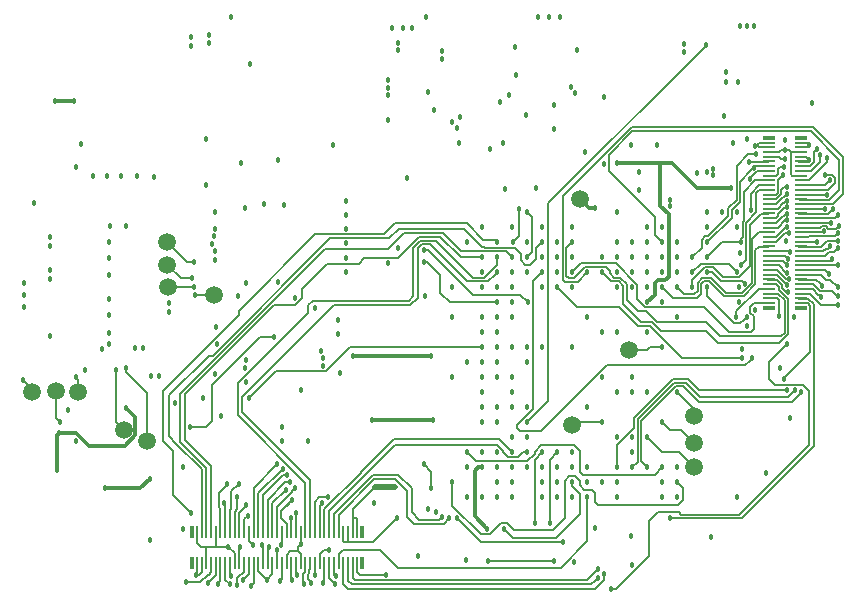
<source format=gbr>
G04 #@! TF.GenerationSoftware,KiCad,Pcbnew,no-vcs-found-2237de0~58~ubuntu16.04.1*
G04 #@! TF.CreationDate,2017-06-29T19:32:17-03:00*
G04 #@! TF.ProjectId,mateboard,6D617465626F6172642E6B696361645F,rev?*
G04 #@! TF.SameCoordinates,Original
G04 #@! TF.FileFunction,Copper,L6,Bot,Signal*
G04 #@! TF.FilePolarity,Positive*
%FSLAX46Y46*%
G04 Gerber Fmt 4.6, Leading zero omitted, Abs format (unit mm)*
G04 Created by KiCad (PCBNEW no-vcs-found-2237de0~58~ubuntu16.04.1) date Thu Jun 29 19:32:17 2017*
%MOMM*%
%LPD*%
G01*
G04 APERTURE LIST*
%ADD10C,0.100000*%
%ADD11C,1.500000*%
%ADD12R,0.198120X1.137920*%
%ADD13R,0.350000X1.137920*%
%ADD14R,1.137920X0.198120*%
%ADD15R,1.137920X0.350000*%
%ADD16C,0.457200*%
%ADD17C,0.200000*%
%ADD18C,0.150000*%
%ADD19C,0.300000*%
%ADD20C,0.500000*%
G04 APERTURE END LIST*
D10*
D11*
X102700000Y-128155000D03*
X102700000Y-130060000D03*
X102763500Y-131965000D03*
X91270000Y-140791500D03*
X106637000Y-132600000D03*
X93238500Y-140728000D03*
X95143500Y-140791500D03*
X101000000Y-145000000D03*
X99000000Y-144000000D03*
X147277000Y-147205000D03*
X147277000Y-142887000D03*
X136990000Y-143649000D03*
X147300000Y-145100000D03*
D12*
X118799580Y-152681740D03*
X118799580Y-155318260D03*
X118398260Y-152681740D03*
X118398260Y-155318260D03*
X117999480Y-152681740D03*
X117999480Y-155318260D03*
X117598160Y-152681740D03*
X117598160Y-155318260D03*
X117199380Y-152681740D03*
X117199380Y-155318260D03*
X116798060Y-152681740D03*
X116798060Y-155318260D03*
X116399280Y-152681740D03*
X116399280Y-155318260D03*
X115997960Y-152681740D03*
X115997960Y-155318260D03*
X115599180Y-152681740D03*
X115599180Y-155318260D03*
X115197860Y-152681740D03*
X115197860Y-155318260D03*
X114799080Y-152681740D03*
X114799080Y-155318260D03*
X114397760Y-152681740D03*
X114397760Y-155318260D03*
X113998980Y-152681740D03*
X113998980Y-155318260D03*
X113597660Y-152681740D03*
X113597660Y-155318260D03*
X113198880Y-152681740D03*
X113198880Y-155318260D03*
X112797560Y-152681740D03*
X112797560Y-155318260D03*
X112398780Y-152681740D03*
X112398780Y-155318260D03*
X112000000Y-152681740D03*
X112000000Y-155318260D03*
X111601220Y-152681740D03*
X111601220Y-155318260D03*
X111202440Y-152681740D03*
X111202440Y-155318260D03*
X110801120Y-152681740D03*
X110801120Y-155318260D03*
X110402340Y-152681740D03*
X110402340Y-155318260D03*
X110001020Y-152681740D03*
X110001020Y-155318260D03*
X109602240Y-152681740D03*
X109602240Y-155318260D03*
X109200920Y-152681740D03*
X109200920Y-155318260D03*
X108802140Y-152681740D03*
X108802140Y-155318260D03*
X108400820Y-152681740D03*
X108400820Y-155318260D03*
X108002040Y-152681740D03*
X108002040Y-155318260D03*
X107600720Y-152681740D03*
X107600720Y-155318260D03*
X107201940Y-152681740D03*
X107201940Y-155318260D03*
X106800620Y-152681740D03*
X106800620Y-155318260D03*
X106401840Y-152681740D03*
X106401840Y-155318260D03*
X106000520Y-152681740D03*
X106000520Y-155318260D03*
X105601740Y-152681740D03*
X105601740Y-155318260D03*
X105200420Y-152681740D03*
X105200420Y-155318260D03*
D13*
X104800420Y-152681740D03*
X104800420Y-155318260D03*
X119200420Y-155318260D03*
X119200420Y-152681740D03*
D14*
X156318260Y-133299580D03*
X153681740Y-133299580D03*
X156318260Y-132898260D03*
X153681740Y-132898260D03*
X156318260Y-132499480D03*
X153681740Y-132499480D03*
X156318260Y-132098160D03*
X153681740Y-132098160D03*
X156318260Y-131699380D03*
X153681740Y-131699380D03*
X156318260Y-131298060D03*
X153681740Y-131298060D03*
X156318260Y-130899280D03*
X153681740Y-130899280D03*
X156318260Y-130497960D03*
X153681740Y-130497960D03*
X156318260Y-130099180D03*
X153681740Y-130099180D03*
X156318260Y-129697860D03*
X153681740Y-129697860D03*
X156318260Y-129299080D03*
X153681740Y-129299080D03*
X156318260Y-128897760D03*
X153681740Y-128897760D03*
X156318260Y-128498980D03*
X153681740Y-128498980D03*
X156318260Y-128097660D03*
X153681740Y-128097660D03*
X156318260Y-127698880D03*
X153681740Y-127698880D03*
X156318260Y-127297560D03*
X153681740Y-127297560D03*
X156318260Y-126898780D03*
X153681740Y-126898780D03*
X156318260Y-126500000D03*
X153681740Y-126500000D03*
X156318260Y-126101220D03*
X153681740Y-126101220D03*
X156318260Y-125702440D03*
X153681740Y-125702440D03*
X156318260Y-125301120D03*
X153681740Y-125301120D03*
X156318260Y-124902340D03*
X153681740Y-124902340D03*
X156318260Y-124501020D03*
X153681740Y-124501020D03*
X156318260Y-124102240D03*
X153681740Y-124102240D03*
X156318260Y-123700920D03*
X153681740Y-123700920D03*
X156318260Y-123302140D03*
X153681740Y-123302140D03*
X156318260Y-122900820D03*
X153681740Y-122900820D03*
X156318260Y-122502040D03*
X153681740Y-122502040D03*
X156318260Y-122100720D03*
X153681740Y-122100720D03*
X156318260Y-121701940D03*
X153681740Y-121701940D03*
X156318260Y-121300620D03*
X153681740Y-121300620D03*
X156318260Y-120901840D03*
X153681740Y-120901840D03*
X156318260Y-120500520D03*
X153681740Y-120500520D03*
X156318260Y-120101740D03*
X153681740Y-120101740D03*
X156318260Y-119700420D03*
X153681740Y-119700420D03*
D15*
X156318260Y-119300420D03*
X153681740Y-119300420D03*
X153681740Y-133700420D03*
X156318260Y-133700420D03*
D11*
X137625000Y-124472000D03*
X141816000Y-137299000D03*
D16*
X152395000Y-109850000D03*
X151795000Y-109850000D03*
X151195000Y-109850000D03*
X105113000Y-156285500D03*
X122639000Y-109994000D03*
X123401000Y-109994000D03*
X121750000Y-109994000D03*
X147518000Y-122300000D03*
X94800000Y-116200000D03*
X158552424Y-124162697D03*
X155416280Y-128993952D03*
X154994801Y-120342812D03*
X115916922Y-157016922D03*
X111100000Y-156700000D03*
X109400000Y-150400000D03*
X135400000Y-118550009D03*
X93375684Y-147412316D03*
X93556000Y-144281591D03*
X122131000Y-151523000D03*
X107843500Y-153936000D03*
X131300000Y-123598890D03*
X114003000Y-153682000D03*
X127973000Y-155079000D03*
X155786000Y-134505000D03*
X151188600Y-129042279D03*
X154595000Y-138750000D03*
X131135000Y-119760000D03*
X148735000Y-153060000D03*
X92735000Y-128421620D03*
X92735000Y-127720580D03*
X92735000Y-136117820D03*
X92735000Y-131220700D03*
X92735000Y-130519660D03*
X97809660Y-126760000D03*
X99209200Y-126760000D03*
X102835000Y-133318740D03*
X102835000Y-134017240D03*
X105748000Y-141363000D03*
X146460000Y-111360000D03*
X146435000Y-112060000D03*
X150040000Y-114575000D03*
X150980000Y-114575000D03*
X150040000Y-113735000D03*
X121369000Y-129928600D03*
X137095000Y-155250000D03*
X144152000Y-119950000D03*
X142616000Y-122224000D03*
X95397000Y-119791000D03*
X93197000Y-116191000D03*
X114597006Y-144991000D03*
X114000000Y-140650000D03*
X97397000Y-148991000D03*
X101197000Y-148191000D03*
X101197000Y-153391000D03*
X99947000Y-137090994D03*
X100608740Y-137100000D03*
X97797000Y-135791000D03*
X97797000Y-134341000D03*
X97797000Y-132941000D03*
X97797000Y-130891000D03*
X97797000Y-129441000D03*
X97797000Y-128091000D03*
X99200000Y-142150000D03*
X103335000Y-141744000D03*
X112077400Y-121213000D03*
X110866000Y-124896000D03*
X106000000Y-123327000D03*
X106002000Y-119392000D03*
X108961000Y-121400000D03*
X106256000Y-110629000D03*
X106255994Y-111264000D03*
X109723000Y-113080000D03*
X125941000Y-111942000D03*
X125941000Y-112661000D03*
X131656000Y-115709000D03*
X122258000Y-111264000D03*
X122258000Y-111899000D03*
X136986749Y-126888251D03*
X148420000Y-122186000D03*
X148928000Y-121932000D03*
X148928000Y-122440000D03*
X142616000Y-123710000D03*
X142070000Y-155460000D03*
X134450000Y-137045000D03*
X142070000Y-140855000D03*
X143340000Y-140855000D03*
X142070000Y-139585000D03*
X126830000Y-139585000D03*
X128100000Y-138315000D03*
X129370000Y-149745000D03*
X112077400Y-131525000D03*
X150960000Y-149745000D03*
X126830000Y-131965000D03*
X126830000Y-134505000D03*
X136990000Y-137045000D03*
X139530000Y-139585000D03*
X140800000Y-140855000D03*
X138260000Y-142125000D03*
X128100000Y-128155000D03*
X129370000Y-126885000D03*
X131910000Y-126885000D03*
X134450000Y-126885000D03*
X135400000Y-116500000D03*
X140800000Y-135775000D03*
X139530000Y-135775000D03*
X138260000Y-134505000D03*
X143340000Y-135775000D03*
X143340000Y-126885000D03*
X144610000Y-126885000D03*
X148420000Y-126885000D03*
X101307411Y-139478610D03*
X116708000Y-119943000D03*
X102008280Y-139458000D03*
X112600000Y-124980000D03*
X113495000Y-132854000D03*
X104732000Y-111518000D03*
X104732000Y-110756000D03*
X152484000Y-119999600D03*
X157056000Y-119884620D03*
X121369000Y-115709000D03*
X121369000Y-115074000D03*
X121350000Y-114400000D03*
X145245000Y-124599000D03*
X145245000Y-125107000D03*
X155090819Y-128046411D03*
X155000000Y-119499988D03*
X123909000Y-154698000D03*
X123000000Y-122694000D03*
X121995000Y-148850000D03*
X120295000Y-148850000D03*
X139650000Y-115850000D03*
X139650000Y-121558000D03*
X124582000Y-109100000D03*
X108072000Y-109100000D03*
X134107000Y-109100000D03*
X134996000Y-109100000D03*
X135969000Y-109100000D03*
X150579000Y-119773000D03*
X132164000Y-111645000D03*
X130900000Y-116300000D03*
X132200022Y-114003954D03*
X94953000Y-144950000D03*
X108669000Y-132727000D03*
X95711620Y-138950000D03*
X109300000Y-125234000D03*
X112352000Y-153809000D03*
X121400000Y-117800000D03*
X122258000Y-128663000D03*
X140800000Y-125615000D03*
X157246500Y-116344000D03*
X118400000Y-137800000D03*
X125000000Y-137800000D03*
X120000000Y-143200000D03*
X125200000Y-143200000D03*
X155445000Y-143050000D03*
X150395004Y-123550000D03*
X140800000Y-121400000D03*
X141943000Y-153047000D03*
X145880000Y-134505000D03*
X144610000Y-133235000D03*
X143340000Y-133235000D03*
X108605500Y-157174500D03*
X135466000Y-155142500D03*
X129814500Y-155142500D03*
X145245000Y-151523000D03*
X142070000Y-145935000D03*
X140800000Y-148475000D03*
X145880000Y-149745000D03*
X159532500Y-126758000D03*
X159469000Y-131965000D03*
X159469000Y-132727002D03*
X159469002Y-133489000D03*
X159469000Y-128663001D03*
X159469000Y-128027998D03*
X159469000Y-127393002D03*
X159469000Y-130060000D03*
X142070000Y-144665000D03*
X140800000Y-149745000D03*
X144610000Y-149745000D03*
X158834000Y-128456600D03*
X158151390Y-131838000D03*
X138260000Y-149745000D03*
X139657000Y-156222000D03*
X136990000Y-149745000D03*
X114257000Y-157111000D03*
X135720000Y-149745000D03*
X106954500Y-157047500D03*
X134450000Y-149745000D03*
X112225000Y-156857000D03*
X131910000Y-149745000D03*
X115781000Y-150253000D03*
X130640000Y-149745000D03*
X145880000Y-147205000D03*
X128100000Y-149745000D03*
X127243575Y-151514857D03*
X136228000Y-153503000D03*
X126830000Y-148475000D03*
X145880000Y-148475000D03*
X158861321Y-126544224D03*
X144610000Y-148475000D03*
X157691000Y-128086642D03*
X158707000Y-130822000D03*
X121242000Y-156285500D03*
X139530000Y-148475000D03*
X139127736Y-156581736D03*
X138260000Y-148475000D03*
X136990000Y-148475000D03*
X131211500Y-152412000D03*
X114892000Y-156984000D03*
X135720000Y-148475000D03*
X116924000Y-157111000D03*
X134450000Y-148475000D03*
X111957999Y-154203001D03*
X131910000Y-148475000D03*
X116289000Y-149745000D03*
X130640000Y-148475000D03*
X144610000Y-147205000D03*
X128100000Y-145935000D03*
X156395000Y-140850000D03*
X158306324Y-127229430D03*
X143340000Y-147205000D03*
X155813093Y-140684328D03*
X158961000Y-129552000D03*
X142070000Y-147205000D03*
X155162997Y-140640379D03*
X140800000Y-147205000D03*
X158072000Y-132806400D03*
X139149000Y-155841000D03*
X138260000Y-147205000D03*
X116416000Y-154202632D03*
X136990000Y-147205000D03*
X107970500Y-157111000D03*
X135720000Y-147205000D03*
X116965502Y-156443527D03*
X134450000Y-147205000D03*
X109939000Y-153809000D03*
X133180000Y-147205000D03*
X124417000Y-146951000D03*
X110701000Y-153809000D03*
X125065000Y-148970000D03*
X131910000Y-147205000D03*
X111336000Y-153936000D03*
X128100000Y-147205000D03*
X130640000Y-147205000D03*
X129800000Y-152400000D03*
X129370000Y-147205000D03*
X153395000Y-147650000D03*
X137395000Y-111850000D03*
X138895000Y-152350000D03*
X140800000Y-144665000D03*
X131910000Y-134505000D03*
X131910000Y-131965000D03*
X115240078Y-156340078D03*
X136990000Y-145935000D03*
X135085000Y-151903996D03*
X135720000Y-145935000D03*
X133815000Y-151904000D03*
X134450000Y-145935000D03*
X133180000Y-145935000D03*
X131910000Y-145935000D03*
X113241000Y-156730000D03*
X130640000Y-145935000D03*
X113701402Y-156349000D03*
X129370000Y-145935000D03*
X108859500Y-153936000D03*
X143340000Y-144665000D03*
X125433000Y-151015000D03*
X133180000Y-144665000D03*
X124798000Y-150761000D03*
X131910000Y-144665000D03*
X144610000Y-143395000D03*
X139530000Y-143395000D03*
X148335000Y-111460000D03*
X133180000Y-143395000D03*
X112860000Y-147840000D03*
X130640000Y-143395000D03*
X113114000Y-148475000D03*
X129370000Y-143395000D03*
X112733000Y-149110000D03*
X133180000Y-142125000D03*
X113495000Y-148983000D03*
X131910000Y-142125000D03*
X111971000Y-146951000D03*
X130640000Y-142125000D03*
X112479000Y-147332000D03*
X129370000Y-142125000D03*
X145880000Y-140855000D03*
X117795000Y-128250000D03*
X131910000Y-140855000D03*
X117295000Y-139250000D03*
X129370000Y-140855000D03*
X117795000Y-130650000D03*
X131910000Y-139585000D03*
X117795000Y-124650000D03*
X130640000Y-139585000D03*
X117795000Y-125850000D03*
X129370000Y-139585000D03*
X117795000Y-127050000D03*
X133180000Y-138315000D03*
X117195000Y-135950000D03*
X130640000Y-138315000D03*
X117195000Y-134750000D03*
X129370000Y-138315000D03*
X117795000Y-129450000D03*
X133180000Y-137045000D03*
X115195000Y-133750000D03*
X131910000Y-137045000D03*
X115895000Y-137950000D03*
X130640000Y-137045000D03*
X109595000Y-141350000D03*
X129370000Y-137045000D03*
X115702199Y-137350000D03*
X130640000Y-135775000D03*
X115913781Y-138588308D03*
X129370000Y-135775000D03*
X158428066Y-125319920D03*
X157945000Y-120789000D03*
X157691000Y-120280996D03*
X158580000Y-121042998D03*
X133200000Y-133200000D03*
X124400000Y-128800000D03*
X113241000Y-149999000D03*
X124544000Y-132727000D03*
X131910000Y-133235000D03*
X130600000Y-133200000D03*
X124400000Y-129800000D03*
X155147131Y-126286709D03*
X151081602Y-133166811D03*
X155138894Y-125729558D03*
X152484000Y-133869990D03*
X155161271Y-125172795D03*
X151744610Y-134460000D03*
X148420000Y-131965000D03*
X151744610Y-135260000D03*
X147150000Y-131965000D03*
X145880000Y-131965000D03*
X144610000Y-131965000D03*
X155366306Y-131275845D03*
X143340000Y-131965000D03*
X125306000Y-116979000D03*
X142070000Y-131965000D03*
X133942000Y-123583000D03*
X140800000Y-131965000D03*
X104287500Y-156920500D03*
X120162500Y-150253000D03*
X136990000Y-131965000D03*
X151318390Y-137965827D03*
X135720000Y-131965000D03*
X141943000Y-119900000D03*
X134450000Y-131965000D03*
X155151157Y-124615674D03*
X155138185Y-124058613D03*
X151095000Y-131950000D03*
X155203017Y-123505185D03*
X151607820Y-131662820D03*
X148420000Y-130695000D03*
X154811247Y-122459178D03*
X150935000Y-130660000D03*
X147150000Y-130695000D03*
X154999984Y-121100000D03*
X151341002Y-137172000D03*
X145880000Y-130695000D03*
X155199990Y-130100000D03*
X144610000Y-130695000D03*
X155207099Y-130741861D03*
X143340000Y-130695000D03*
X127426240Y-119773000D03*
X142070000Y-130695000D03*
X124798000Y-115455000D03*
X140800000Y-130695000D03*
X139530000Y-130695000D03*
X138260000Y-130695000D03*
X136990000Y-130695000D03*
X159469000Y-125869000D03*
X135672400Y-130695000D03*
X152230000Y-137934000D03*
X150891400Y-134505000D03*
X134450000Y-130695000D03*
X108732498Y-148602000D03*
X133180000Y-130695000D03*
X149817000Y-117487000D03*
X131910000Y-130695000D03*
X130640000Y-130695000D03*
X151785500Y-119392000D03*
X129370000Y-130695000D03*
X151286444Y-130060000D03*
X152103000Y-125424500D03*
X151291390Y-128160000D03*
X148420000Y-129425000D03*
X154900000Y-121800000D03*
X147150000Y-129425000D03*
X152503000Y-120664000D03*
X155143070Y-126843906D03*
X145880000Y-129425000D03*
X155269202Y-129531403D03*
X144610000Y-129425000D03*
X126830000Y-117999240D03*
X143340000Y-129425000D03*
X127214380Y-118499620D03*
X142070000Y-129425000D03*
X136885643Y-114981469D03*
X140800000Y-129425000D03*
X155181516Y-131801523D03*
X139530000Y-129425000D03*
X154516001Y-134378000D03*
X136990000Y-129425000D03*
X159079856Y-125328423D03*
X135720000Y-129425000D03*
X155263331Y-132352695D03*
X134450000Y-129425000D03*
X107526000Y-150253000D03*
X133180000Y-125551500D03*
X133180000Y-129425000D03*
X131910000Y-129425000D03*
X130640000Y-129425000D03*
X129370000Y-129425000D03*
X152004061Y-122770147D03*
X152365331Y-121838085D03*
X148420000Y-128155000D03*
X151935000Y-121350000D03*
X155299994Y-127400000D03*
X145880000Y-128155000D03*
X144610000Y-128155000D03*
X143340000Y-128155000D03*
X127465000Y-117498860D03*
X130005000Y-120281000D03*
X142070000Y-128155000D03*
X137197580Y-115502420D03*
X140800000Y-128155000D03*
X136990000Y-128155000D03*
X135720000Y-128155000D03*
X107780000Y-148602000D03*
X133180000Y-128155000D03*
X132481500Y-125297500D03*
X108605500Y-149745000D03*
X131959066Y-128105934D03*
X150960000Y-126885000D03*
X150960000Y-125615000D03*
X157056000Y-121170000D03*
X148420000Y-125615000D03*
X149690000Y-125615000D03*
X125941000Y-151396000D03*
X126576000Y-151523000D03*
X133053000Y-117360001D03*
X138100000Y-120500000D03*
X90545000Y-131599998D03*
X90508000Y-139839000D03*
X93595000Y-143350000D03*
X90550578Y-132620922D03*
X90544994Y-133650000D03*
X94953000Y-139585000D03*
X107272000Y-142887000D03*
X94312080Y-142373080D03*
X97197000Y-137191000D03*
X112397000Y-143791000D03*
X103997000Y-147191000D03*
X97797000Y-136791000D03*
X112397000Y-144991000D03*
X103997000Y-152391000D03*
X98397000Y-138991000D03*
X99197000Y-138791000D03*
X105049500Y-132600000D03*
X104922500Y-131901500D03*
X104795500Y-131203000D03*
X104922500Y-129806000D03*
X154896996Y-139712000D03*
X109500000Y-151300000D03*
X140292000Y-157492000D03*
X155151000Y-136791000D03*
X109748500Y-157238000D03*
X111764610Y-136156000D03*
X104605000Y-143776000D03*
X109119873Y-156721078D03*
X106129000Y-156984000D03*
X106764000Y-129679000D03*
X101600000Y-122610000D03*
X106764000Y-128917000D03*
X100160000Y-122567000D03*
X106510000Y-128282000D03*
X94953000Y-121805000D03*
X106637000Y-127647000D03*
X96388000Y-122567000D03*
X106764000Y-127012000D03*
X97576000Y-122567000D03*
X106764000Y-125615000D03*
X98801000Y-122567000D03*
X109397000Y-139991000D03*
X109397000Y-131591000D03*
X106743406Y-139310406D03*
X91396984Y-124791000D03*
X109325264Y-138082264D03*
X106834723Y-135337723D03*
X106891000Y-136791000D03*
X109304000Y-138823000D03*
X134450000Y-128155000D03*
X108097500Y-156412500D03*
X104668500Y-151078500D03*
X130640000Y-128155000D03*
X144610000Y-137045000D03*
X138894986Y-125234000D03*
X113185715Y-151482085D03*
X130640000Y-134505000D03*
X113636285Y-151031515D03*
X129370000Y-134505000D03*
X158357278Y-122466154D03*
X130640000Y-131965000D03*
X158807848Y-122916724D03*
X129370000Y-131965000D03*
D17*
X105400000Y-156288960D02*
X105116460Y-156288960D01*
X105116460Y-156288960D02*
X105113000Y-156285500D01*
X105601740Y-155318260D02*
X105601740Y-156087220D01*
X105601740Y-156087220D02*
X105400000Y-156288960D01*
D18*
X105200420Y-155318260D02*
X105200420Y-156198080D01*
X105200420Y-156198080D02*
X105113000Y-156285500D01*
D19*
X93197000Y-116191000D02*
X94791000Y-116191000D01*
X94791000Y-116191000D02*
X94800000Y-116200000D01*
X97397000Y-148991000D02*
X100397000Y-148991000D01*
X100397000Y-148991000D02*
X101197000Y-148191000D01*
X99080002Y-145400000D02*
X96111330Y-145400000D01*
X96111330Y-145400000D02*
X94992921Y-144281591D01*
X94992921Y-144281591D02*
X93879289Y-144281591D01*
X93879289Y-144281591D02*
X93556000Y-144281591D01*
X99200000Y-142150000D02*
X100000001Y-142950001D01*
X100000001Y-142950001D02*
X100000001Y-144480001D01*
X100000001Y-144480001D02*
X99080002Y-145400000D01*
X93375684Y-147412316D02*
X93375684Y-144461907D01*
X93375684Y-144461907D02*
X93556000Y-144281591D01*
D17*
X156213297Y-124162697D02*
X158229135Y-124162697D01*
X158229135Y-124162697D02*
X158552424Y-124162697D01*
X156167000Y-124116400D02*
X156213297Y-124162697D01*
D18*
X153681740Y-128897760D02*
X155320088Y-128897760D01*
X155320088Y-128897760D02*
X155416280Y-128993952D01*
X154671512Y-120342812D02*
X154994801Y-120342812D01*
X156318260Y-122502040D02*
X155599300Y-122502040D01*
X155503601Y-122406341D02*
X155503601Y-120542566D01*
X155599300Y-122502040D02*
X155503601Y-122406341D01*
X154499644Y-120514680D02*
X154671512Y-120342812D01*
X155475715Y-120500437D02*
X155318090Y-120342812D01*
X155503601Y-120542566D02*
X155475715Y-120514680D01*
X155318090Y-120342812D02*
X154994801Y-120342812D01*
X155475715Y-120514680D02*
X155475715Y-120500437D01*
X153530480Y-120514680D02*
X154499644Y-120514680D01*
X156167000Y-120514680D02*
X155475715Y-120514680D01*
D17*
X115997960Y-155318260D02*
X115997960Y-156935884D01*
X115997960Y-156935884D02*
X115916922Y-157016922D01*
X113998980Y-155318260D02*
X113998980Y-154549300D01*
X113998980Y-154549300D02*
X113766680Y-154317000D01*
X113766680Y-154317000D02*
X113736320Y-154317000D01*
X113300000Y-154317000D02*
X113736320Y-154317000D01*
X112797560Y-155318260D02*
X112797560Y-154601558D01*
X112797560Y-154601558D02*
X113082118Y-154317000D01*
X113082118Y-154317000D02*
X113300000Y-154317000D01*
X110402340Y-155318260D02*
X110402340Y-156002340D01*
X110402340Y-156002340D02*
X111100000Y-156700000D01*
X111601220Y-155318260D02*
X111601220Y-156198780D01*
X111601220Y-156198780D02*
X111100000Y-156700000D01*
X108400820Y-155318260D02*
X108400820Y-154493320D01*
X108400820Y-154493320D02*
X107843500Y-153936000D01*
X105748000Y-153936000D02*
X106000000Y-153936000D01*
X106000000Y-153936000D02*
X106800000Y-153936000D01*
X106000520Y-155318260D02*
X106000520Y-153936520D01*
X106000520Y-153936520D02*
X106000000Y-153936000D01*
X108802140Y-152681740D02*
X108802140Y-151059348D01*
X108802140Y-151059348D02*
X109400000Y-150461488D01*
X109400000Y-150461488D02*
X109400000Y-150400000D01*
D18*
X105200420Y-152681740D02*
X105200420Y-153600420D01*
X105200420Y-153600420D02*
X105546140Y-153946140D01*
X105546140Y-153946140D02*
X105737860Y-153946140D01*
D17*
X106800000Y-153936000D02*
X107081520Y-153936000D01*
X106800620Y-152681740D02*
X106800620Y-153935380D01*
X106800620Y-153935380D02*
X106800000Y-153936000D01*
X113998980Y-152681740D02*
X113998980Y-153677980D01*
X113998980Y-153677980D02*
X114003000Y-153682000D01*
X117686000Y-153555000D02*
X118000000Y-153555000D01*
X118000000Y-153555000D02*
X120099000Y-153555000D01*
X117999480Y-152681740D02*
X117999480Y-153554480D01*
X117999480Y-153554480D02*
X118000000Y-153555000D01*
X117598160Y-152681740D02*
X117598160Y-153450700D01*
X117598160Y-153450700D02*
X117686000Y-153538540D01*
X120099000Y-153555000D02*
X121902401Y-151751599D01*
X117686000Y-153538540D02*
X117686000Y-153555000D01*
X121902401Y-151751599D02*
X122131000Y-151523000D01*
X106537960Y-153936000D02*
X107081520Y-153936000D01*
X105737860Y-153946140D02*
X105748000Y-153936000D01*
X107081520Y-153936000D02*
X107520211Y-153936000D01*
X107520211Y-153936000D02*
X107843500Y-153936000D01*
X107995920Y-153936000D02*
X107843500Y-153936000D01*
X113736320Y-154317000D02*
X113736320Y-153948680D01*
X113774401Y-153910599D02*
X114003000Y-153682000D01*
X113736320Y-153948680D02*
X113774401Y-153910599D01*
D18*
X152626100Y-119930480D02*
X152553120Y-119930480D01*
X152553120Y-119930480D02*
X152484000Y-119999600D01*
X157056000Y-119884620D02*
X157056000Y-119945860D01*
X157056000Y-119945860D02*
X156885960Y-120115900D01*
X156885960Y-120115900D02*
X156167000Y-120115900D01*
X156167000Y-119714580D02*
X156885960Y-119714580D01*
X156885960Y-119714580D02*
X157056000Y-119884620D01*
X153530480Y-120115900D02*
X152811520Y-120115900D01*
X152811520Y-120115900D02*
X152626100Y-119930480D01*
X152626100Y-119930480D02*
X152626100Y-119900000D01*
X153530480Y-119714580D02*
X152811520Y-119714580D01*
X152811520Y-119714580D02*
X152626100Y-119900000D01*
D17*
X118398260Y-150746740D02*
X118398260Y-151500000D01*
X118398260Y-151500000D02*
X118398260Y-152681740D01*
D18*
X118799580Y-151599580D02*
X118700000Y-151500000D01*
X118700000Y-151500000D02*
X118398260Y-151500000D01*
X118799580Y-152681740D02*
X118799580Y-151599580D01*
D17*
X120295000Y-148850000D02*
X118398260Y-150746740D01*
D20*
X120295000Y-148850000D02*
X121242000Y-148850000D01*
X121242000Y-148850000D02*
X121995000Y-148850000D01*
D17*
X112398780Y-152681740D02*
X112398780Y-153762220D01*
X112398780Y-153762220D02*
X112352000Y-153809000D01*
D19*
X125000000Y-137800000D02*
X118400000Y-137800000D01*
X125200000Y-143200000D02*
X120000000Y-143200000D01*
X144400000Y-121400000D02*
X145400000Y-121400000D01*
X145400000Y-121400000D02*
X147550000Y-123550000D01*
X147550000Y-123550000D02*
X150071715Y-123550000D01*
X150071715Y-123550000D02*
X150395004Y-123550000D01*
X143340000Y-133235000D02*
X143995000Y-132580000D01*
X143995000Y-132580000D02*
X143995000Y-131564000D01*
X143995000Y-131564000D02*
X144229000Y-131330000D01*
X144864000Y-131330000D02*
X145138601Y-131055399D01*
X144229000Y-131330000D02*
X144864000Y-131330000D01*
X145138601Y-131055399D02*
X145138601Y-125782931D01*
X145138601Y-125782931D02*
X144400000Y-125044330D01*
X144400000Y-125044330D02*
X144400000Y-121400000D01*
X140800000Y-121400000D02*
X144400000Y-121400000D01*
D17*
X108938260Y-156270910D02*
X108938260Y-156242477D01*
X109200920Y-155318260D02*
X109200920Y-156087220D01*
X108938260Y-156242477D02*
X108605500Y-156603670D01*
X109200920Y-156087220D02*
X109045663Y-156242477D01*
X109045663Y-156242477D02*
X108938260Y-156242477D01*
X108605500Y-156603670D02*
X108605500Y-156851211D01*
X108605500Y-156851211D02*
X108605500Y-157174500D01*
X129814500Y-155142500D02*
X135466000Y-155142500D01*
X157457609Y-145406391D02*
X151341000Y-151523000D01*
X151341000Y-151523000D02*
X145245000Y-151523000D01*
X157457609Y-133411111D02*
X157457609Y-145406391D01*
X156167000Y-132912420D02*
X156958918Y-132912420D01*
X156958918Y-132912420D02*
X157457609Y-133411111D01*
X156167000Y-128513140D02*
X156935960Y-128513140D01*
X156935960Y-128513140D02*
X156938064Y-128515244D01*
X156938064Y-128515244D02*
X158029256Y-128515244D01*
X158029256Y-128515244D02*
X158516502Y-128027998D01*
X158516502Y-128027998D02*
X159145711Y-128027998D01*
X159145711Y-128027998D02*
X159469000Y-128027998D01*
X156167000Y-127713040D02*
X156935960Y-127713040D01*
X156935960Y-127713040D02*
X156990968Y-127658032D01*
X159240401Y-127621601D02*
X159469000Y-127393002D01*
X156990968Y-127658032D02*
X159203970Y-127658032D01*
X159203970Y-127658032D02*
X159240401Y-127621601D01*
X156167000Y-129313240D02*
X158374260Y-129313240D01*
X158374260Y-129313240D02*
X158707000Y-128980500D01*
X158707000Y-128980500D02*
X159151501Y-128980500D01*
X159151501Y-128980500D02*
X159469000Y-128663001D01*
X158111626Y-126789788D02*
X158472829Y-126789788D01*
X158669640Y-126986599D02*
X159303901Y-126986599D01*
X157988474Y-126912940D02*
X158111626Y-126789788D01*
X159303901Y-126986599D02*
X159532500Y-126758000D01*
X158472829Y-126789788D02*
X158669640Y-126986599D01*
X156167000Y-126912940D02*
X157988474Y-126912940D01*
X156167000Y-132513640D02*
X157096640Y-132513640D01*
X157096640Y-132513640D02*
X158072000Y-133489000D01*
X158072000Y-133489000D02*
X159469002Y-133489000D01*
X157392598Y-131713540D02*
X157945660Y-132266602D01*
X157945660Y-132266602D02*
X159008600Y-132266602D01*
X156167000Y-131713540D02*
X157392598Y-131713540D01*
X159008600Y-132266602D02*
X159240401Y-132498403D01*
X159240401Y-132498403D02*
X159469000Y-132727002D01*
X156167000Y-130913440D02*
X158036440Y-130913440D01*
X158036440Y-130913440D02*
X158453000Y-131330000D01*
X158453000Y-131330000D02*
X158834000Y-131330000D01*
X158834000Y-131330000D02*
X159469000Y-131965000D01*
X159415660Y-130113340D02*
X159469000Y-130060000D01*
X156167000Y-130113340D02*
X159415660Y-130113340D01*
X156167000Y-128911920D02*
X158204080Y-128911920D01*
X158204080Y-128911920D02*
X158430801Y-128685199D01*
X158430801Y-128685199D02*
X158605401Y-128685199D01*
X158605401Y-128685199D02*
X158834000Y-128456600D01*
X157625610Y-131312220D02*
X157922791Y-131609401D01*
X157922791Y-131609401D02*
X158151390Y-131838000D01*
X156167000Y-131312220D02*
X157625610Y-131312220D01*
X120734000Y-154190000D02*
X117558680Y-154190000D01*
X117558680Y-154190000D02*
X117199380Y-154549300D01*
X117199380Y-154549300D02*
X117199380Y-155318260D01*
X138260000Y-149745000D02*
X138260000Y-153450670D01*
X138260000Y-153450670D02*
X135996670Y-155714000D01*
X135996670Y-155714000D02*
X122258000Y-155714000D01*
X122258000Y-155714000D02*
X120734000Y-154190000D01*
X117598160Y-155318260D02*
X117598160Y-157098160D01*
X117598160Y-157098160D02*
X117992000Y-157492000D01*
X139657000Y-156545289D02*
X139657000Y-156222000D01*
X117992000Y-157492000D02*
X138894330Y-157492000D01*
X138894330Y-157492000D02*
X139657000Y-156729330D01*
X139657000Y-156729330D02*
X139657000Y-156545289D01*
X114400000Y-155514248D02*
X114400000Y-156035262D01*
X114400000Y-156035262D02*
X114298041Y-156137221D01*
X114298041Y-156137221D02*
X114200000Y-156137221D01*
X114200000Y-156137221D02*
X114200000Y-157054000D01*
X114200000Y-157054000D02*
X114257000Y-157111000D01*
X107201940Y-155318260D02*
X107201940Y-156800060D01*
X107201940Y-156800060D02*
X106954500Y-157047500D01*
X106939280Y-157032280D02*
X106954500Y-157047500D01*
X112398780Y-155318260D02*
X112398780Y-156683220D01*
X112398780Y-156683220D02*
X112225000Y-156857000D01*
X115599180Y-152681740D02*
X115599180Y-150434820D01*
X115599180Y-150434820D02*
X115781000Y-150253000D01*
X129231718Y-153503000D02*
X127472174Y-151743456D01*
X136228000Y-153503000D02*
X129231718Y-153503000D01*
X127472174Y-151743456D02*
X127243575Y-151514857D01*
X130029729Y-152878601D02*
X130974931Y-151933399D01*
X146108599Y-148703599D02*
X145880000Y-148475000D01*
X135339000Y-152539000D02*
X136355000Y-151523000D01*
X126830000Y-150466952D02*
X129241649Y-152878601D01*
X136355000Y-151523000D02*
X136355000Y-148348000D01*
X126830000Y-148475000D02*
X126830000Y-150466952D01*
X138641000Y-149110000D02*
X138895000Y-149364000D01*
X138006000Y-149110000D02*
X138641000Y-149110000D01*
X132046830Y-152539000D02*
X135339000Y-152539000D01*
X146358601Y-148953601D02*
X146108599Y-148703599D01*
X145953330Y-150380000D02*
X146358601Y-149974729D01*
X130974931Y-151933399D02*
X131441229Y-151933399D01*
X139149000Y-150380000D02*
X145953330Y-150380000D01*
X138895000Y-150126000D02*
X139149000Y-150380000D01*
X146358601Y-149974729D02*
X146358601Y-148953601D01*
X136736000Y-147967000D02*
X137244000Y-147967000D01*
X137625000Y-148729000D02*
X138006000Y-149110000D01*
X137244000Y-147967000D02*
X137625000Y-148348000D01*
X136355000Y-148348000D02*
X136736000Y-147967000D01*
X137625000Y-148348000D02*
X137625000Y-148729000D01*
X138895000Y-149364000D02*
X138895000Y-150126000D01*
X129241649Y-152878601D02*
X130029729Y-152878601D01*
X131441229Y-151933399D02*
X132046830Y-152539000D01*
X156960343Y-126489777D02*
X158806874Y-126489777D01*
X158806874Y-126489777D02*
X158861321Y-126544224D01*
X156935960Y-126514160D02*
X156960343Y-126489777D01*
X156167000Y-126514160D02*
X156935960Y-126514160D01*
X157665822Y-128111820D02*
X157691000Y-128086642D01*
X156167000Y-128111820D02*
X157665822Y-128111820D01*
X156167000Y-130512120D02*
X158397120Y-130512120D01*
X158397120Y-130512120D02*
X158707000Y-130822000D01*
D18*
X118799580Y-155318260D02*
X118799580Y-156037220D01*
X118799580Y-156037220D02*
X119047860Y-156285500D01*
X119047860Y-156285500D02*
X120918711Y-156285500D01*
X120918711Y-156285500D02*
X121242000Y-156285500D01*
D17*
X138899137Y-156810335D02*
X139127736Y-156581736D01*
X117999480Y-155318260D02*
X117999480Y-156789480D01*
X117999480Y-156789480D02*
X118321000Y-157111000D01*
X118321000Y-157111000D02*
X138598472Y-157111000D01*
X138598472Y-157111000D02*
X138899137Y-156810335D01*
X131211500Y-152412000D02*
X131973500Y-153174000D01*
X131973500Y-153174000D02*
X135593000Y-153174000D01*
X135593000Y-153174000D02*
X137625000Y-151142000D01*
X137625000Y-151142000D02*
X137625000Y-149433289D01*
X137625000Y-149433289D02*
X136990000Y-148798289D01*
X136990000Y-148798289D02*
X136990000Y-148475000D01*
D18*
X114600000Y-156294895D02*
X114600000Y-156692000D01*
X114600000Y-156692000D02*
X114892000Y-156984000D01*
X114799080Y-155318260D02*
X114799080Y-155800920D01*
X114799080Y-155800920D02*
X114725010Y-155874990D01*
X114725010Y-155874990D02*
X114725010Y-156169885D01*
X114725010Y-156169885D02*
X114600000Y-156294895D01*
D17*
X116399280Y-155318260D02*
X116399280Y-156586280D01*
X116695401Y-156882401D02*
X116924000Y-157111000D01*
X116399280Y-156586280D02*
X116695401Y-156882401D01*
X112000000Y-155318260D02*
X112000000Y-154245002D01*
X112000000Y-154245002D02*
X111957999Y-154203001D01*
X115197860Y-152681740D02*
X115197860Y-150127810D01*
X115197860Y-150127810D02*
X115580670Y-149745000D01*
X115580670Y-149745000D02*
X115654000Y-149745000D01*
X116289000Y-149745000D02*
X115654000Y-149745000D01*
X144610000Y-147205000D02*
X143975000Y-147840000D01*
X143975000Y-147840000D02*
X137879000Y-147840000D01*
X137879000Y-147840000D02*
X137625000Y-147586000D01*
X133180000Y-146697000D02*
X128862000Y-146697000D01*
X137625000Y-147586000D02*
X137625000Y-145808000D01*
X137625000Y-145808000D02*
X137117000Y-145300000D01*
X137117000Y-145300000D02*
X134376670Y-145300000D01*
X134376670Y-145300000D02*
X133815000Y-145861670D01*
X133815000Y-145861670D02*
X133815000Y-146062000D01*
X133815000Y-146062000D02*
X133180000Y-146697000D01*
X128862000Y-146697000D02*
X128100000Y-145935000D01*
X156166401Y-141078599D02*
X156395000Y-140850000D01*
X147719599Y-141678599D02*
X155566401Y-141678599D01*
X146388000Y-140347000D02*
X147719599Y-141678599D01*
X145753670Y-140347000D02*
X146388000Y-140347000D01*
X142832000Y-146697000D02*
X142832000Y-143268670D01*
X143340000Y-147205000D02*
X142832000Y-146697000D01*
X142832000Y-143268670D02*
X145753670Y-140347000D01*
X155566401Y-141678599D02*
X156166401Y-141078599D01*
X156167000Y-127311720D02*
X158224034Y-127311720D01*
X158224034Y-127311720D02*
X158306324Y-127229430D01*
X155218822Y-141278599D02*
X155584494Y-140912927D01*
X155584494Y-140912927D02*
X155813093Y-140684328D01*
X146595990Y-140046990D02*
X147827599Y-141278599D01*
X147827599Y-141278599D02*
X155218822Y-141278599D01*
X142531990Y-143144402D02*
X145629402Y-140046990D01*
X142531990Y-146743010D02*
X142531990Y-143144402D01*
X142070000Y-147205000D02*
X142531990Y-146743010D01*
X145629402Y-140046990D02*
X146595990Y-140046990D01*
X158800980Y-129712020D02*
X158961000Y-129552000D01*
X156167000Y-129712020D02*
X158800980Y-129712020D01*
X154839708Y-140640379D02*
X155162997Y-140640379D01*
X145540114Y-139712000D02*
X146769000Y-139712000D01*
X142231980Y-143020134D02*
X145540114Y-139712000D01*
X146769000Y-139712000D02*
X147697379Y-140640379D01*
X140800000Y-147205000D02*
X140800000Y-145300670D01*
X142231980Y-143868690D02*
X142231980Y-143020134D01*
X140800000Y-145300670D02*
X142231980Y-143868690D01*
X147697379Y-140640379D02*
X154839708Y-140640379D01*
X157832580Y-132577801D02*
X157843401Y-132577801D01*
X157843401Y-132577801D02*
X158072000Y-132806400D01*
X157367099Y-132112320D02*
X157832580Y-132577801D01*
X156167000Y-132112320D02*
X157367099Y-132112320D01*
X118398260Y-155318260D02*
X118398260Y-156553260D01*
X118398260Y-156553260D02*
X118575000Y-156730000D01*
X118575000Y-156730000D02*
X138260000Y-156730000D01*
X138260000Y-156730000D02*
X139149000Y-155841000D01*
X115599180Y-155318260D02*
X115599180Y-154549300D01*
X115599180Y-154549300D02*
X115945848Y-154202632D01*
X115945848Y-154202632D02*
X116092711Y-154202632D01*
X116092711Y-154202632D02*
X116416000Y-154202632D01*
X107600720Y-155318260D02*
X107600720Y-156741220D01*
X107600720Y-156741220D02*
X107970500Y-157111000D01*
X116798060Y-155318260D02*
X116798060Y-156276085D01*
X116798060Y-156276085D02*
X116965502Y-156443527D01*
X116949967Y-156443527D02*
X116965502Y-156443527D01*
X109602240Y-152681740D02*
X109602240Y-153472240D01*
X109602240Y-153472240D02*
X109939000Y-153809000D01*
X110801120Y-155318260D02*
X110801120Y-153909120D01*
X110801120Y-153909120D02*
X110701000Y-153809000D01*
X124417000Y-146951000D02*
X125065000Y-147599000D01*
X125065000Y-147599000D02*
X125065000Y-148970000D01*
X111202440Y-155318260D02*
X111202440Y-154069560D01*
X111202440Y-154069560D02*
X111336000Y-153936000D01*
D19*
X129370000Y-147205000D02*
X129046711Y-147205000D01*
X129046711Y-147205000D02*
X128735000Y-147516711D01*
X128735000Y-147516711D02*
X128735000Y-151335000D01*
X128735000Y-151335000D02*
X129800000Y-152400000D01*
D18*
X115197860Y-155318260D02*
X115197860Y-156297860D01*
X115197860Y-156297860D02*
X115240078Y-156340078D01*
D17*
X135085000Y-151580707D02*
X135085000Y-151903996D01*
X135085000Y-146570000D02*
X135085000Y-151580707D01*
X135720000Y-145935000D02*
X135085000Y-146570000D01*
X133815000Y-151580711D02*
X133815000Y-151904000D01*
X133815000Y-146570000D02*
X133815000Y-151580711D01*
X134450000Y-145935000D02*
X133815000Y-146570000D01*
X116400000Y-150860722D02*
X121960722Y-145300000D01*
X116399280Y-152681740D02*
X116399280Y-150861442D01*
X116399280Y-150861442D02*
X116400000Y-150860722D01*
X131148000Y-145808000D02*
X130640000Y-145300000D01*
X130640000Y-145300000D02*
X121960722Y-145300000D01*
X131148000Y-145935000D02*
X131148000Y-145808000D01*
X131576601Y-146363601D02*
X131148000Y-145935000D01*
X133180000Y-145935000D02*
X132856711Y-145935000D01*
X132856711Y-145935000D02*
X132428110Y-146363601D01*
X132428110Y-146363601D02*
X131576601Y-146363601D01*
X131910000Y-145935000D02*
X130775000Y-144800000D01*
X130775000Y-144800000D02*
X121900000Y-144800000D01*
X121900000Y-144800000D02*
X119100000Y-147600000D01*
X119100000Y-147600000D02*
X119100000Y-147642330D01*
X119100000Y-147642330D02*
X115997960Y-150744370D01*
X115997960Y-150744370D02*
X115997960Y-151912780D01*
X115997960Y-151912780D02*
X115997960Y-152681740D01*
X113198880Y-155318260D02*
X113198880Y-156687880D01*
X113198880Y-156687880D02*
X113241000Y-156730000D01*
X113597660Y-155318260D02*
X113597660Y-156245258D01*
X113597660Y-156245258D02*
X113701402Y-156349000D01*
X108802140Y-155318260D02*
X108802140Y-153993360D01*
X108802140Y-153993360D02*
X108859500Y-153936000D01*
X143340000Y-144665000D02*
X144610000Y-145935000D01*
X144610000Y-145935000D02*
X146007000Y-145935000D01*
X146007000Y-145935000D02*
X147277000Y-147205000D01*
X145245000Y-144030000D02*
X146230000Y-144030000D01*
X146230000Y-144030000D02*
X147300000Y-145100000D01*
X144610000Y-143395000D02*
X145245000Y-144030000D01*
X139530000Y-143395000D02*
X137244000Y-143395000D01*
X137244000Y-143395000D02*
X136990000Y-143649000D01*
X133180000Y-143395000D02*
X134958000Y-141617000D01*
X134958000Y-141617000D02*
X134958000Y-124837000D01*
X134958000Y-124837000D02*
X148106401Y-111688599D01*
X148106401Y-111688599D02*
X148335000Y-111460000D01*
X110801120Y-152681740D02*
X110801120Y-149575591D01*
X110801120Y-149575591D02*
X112536711Y-147840000D01*
X112536711Y-147840000D02*
X112860000Y-147840000D01*
X111202440Y-152681740D02*
X111202440Y-149932230D01*
X111202440Y-149932230D02*
X112659670Y-148475000D01*
X112659670Y-148475000D02*
X112733670Y-148475000D01*
X112733670Y-148475000D02*
X113114000Y-148475000D01*
X111601220Y-152681740D02*
X111601220Y-150241780D01*
X111601220Y-150241780D02*
X112733000Y-149110000D01*
X112000000Y-152681740D02*
X112000000Y-150551330D01*
X112000000Y-150551330D02*
X113266401Y-149284929D01*
X113266401Y-149284929D02*
X113266401Y-149211599D01*
X113266401Y-149211599D02*
X113495000Y-148983000D01*
X110001020Y-152681740D02*
X110001020Y-148920980D01*
X110001020Y-148920980D02*
X111971000Y-146951000D01*
X111907500Y-146951000D02*
X111971000Y-146951000D01*
X110402340Y-152681740D02*
X110402340Y-149408660D01*
X110402340Y-149408660D02*
X112479000Y-147332000D01*
X145880000Y-140855000D02*
X147277000Y-142252000D01*
X147277000Y-142252000D02*
X147277000Y-142887000D01*
D18*
X109595000Y-141350000D02*
X111903091Y-139041909D01*
X111903091Y-139041909D02*
X116131510Y-139041909D01*
X116131510Y-139041909D02*
X118128419Y-137045000D01*
X118128419Y-137045000D02*
X129046711Y-137045000D01*
X129046711Y-137045000D02*
X129370000Y-137045000D01*
X112352000Y-151517220D02*
X112352000Y-150888000D01*
X112352000Y-150888000D02*
X113241000Y-149999000D01*
X112797560Y-152681740D02*
X112797560Y-151962780D01*
X112797560Y-151962780D02*
X112352000Y-151517220D01*
D17*
X159892603Y-120915324D02*
X159892603Y-124091007D01*
X150579000Y-118376000D02*
X157353279Y-118376000D01*
X159092300Y-124891310D02*
X159257610Y-124726000D01*
X157353279Y-118376000D02*
X159892603Y-120915324D01*
X156192190Y-124891310D02*
X159092300Y-124891310D01*
X159892603Y-124091007D02*
X159257610Y-124726000D01*
X156167000Y-124916500D02*
X156192190Y-124891310D01*
X158659757Y-125748522D02*
X158851257Y-125557022D01*
X156198922Y-125748522D02*
X158659757Y-125748522D01*
X158851257Y-125557022D02*
X159079856Y-125328423D01*
X156167000Y-125716600D02*
X156198922Y-125748522D01*
X140078601Y-120748399D02*
X142070000Y-118757000D01*
X140078601Y-122099601D02*
X140078601Y-120748399D01*
X159592592Y-121167262D02*
X159592592Y-123756861D01*
X143975000Y-127520000D02*
X143975000Y-125996000D01*
X144610000Y-128155000D02*
X143975000Y-127520000D01*
X142070000Y-118757000D02*
X157182330Y-118757000D01*
X157182330Y-118757000D02*
X159592592Y-121167262D01*
X143975000Y-125996000D02*
X140078601Y-122099601D01*
X156243119Y-124591299D02*
X156167000Y-124515180D01*
X159592592Y-123756861D02*
X158758154Y-124591299D01*
X158758154Y-124591299D02*
X156243119Y-124591299D01*
X156171640Y-125319920D02*
X158104777Y-125319920D01*
X156167000Y-125315280D02*
X156171640Y-125319920D01*
X158104777Y-125319920D02*
X158428066Y-125319920D01*
D18*
X157945000Y-121112289D02*
X157945000Y-120789000D01*
X157196409Y-122114880D02*
X157945000Y-121366289D01*
X157945000Y-121366289D02*
X157945000Y-121112289D01*
X156167000Y-122114880D02*
X157196409Y-122114880D01*
X157462401Y-120509595D02*
X157691000Y-120280996D01*
X157131402Y-121716100D02*
X157462401Y-121385101D01*
X157462401Y-121385101D02*
X157462401Y-120509595D01*
X156167000Y-121716100D02*
X157131402Y-121716100D01*
D17*
X158580000Y-121366287D02*
X158580000Y-121042998D01*
X156167000Y-122914980D02*
X157031307Y-122914980D01*
X157031307Y-122914980D02*
X158580000Y-121366287D01*
D18*
X124400000Y-128800000D02*
X124800000Y-128800000D01*
X124800000Y-128800000D02*
X128600000Y-132600000D01*
X128600000Y-132600000D02*
X132600000Y-132600000D01*
X132600000Y-132600000D02*
X133200000Y-133200000D01*
D17*
X112797560Y-150442440D02*
X113241000Y-149999000D01*
D18*
X124400000Y-129800000D02*
X124665000Y-129800000D01*
X124665000Y-129800000D02*
X125814000Y-130949000D01*
X125814000Y-130949000D02*
X125814000Y-132414000D01*
X125814000Y-132414000D02*
X126600000Y-133200000D01*
X126600000Y-133200000D02*
X130276711Y-133200000D01*
X130276711Y-133200000D02*
X130600000Y-133200000D01*
X155038302Y-126286709D02*
X155147131Y-126286709D01*
X154412071Y-126912940D02*
X155038302Y-126286709D01*
X153530480Y-126912940D02*
X154412071Y-126912940D01*
X154255137Y-126514160D02*
X154811140Y-125958157D01*
X154811140Y-125958157D02*
X154910295Y-125958157D01*
X154910295Y-125958157D02*
X155138894Y-125729558D01*
X153530480Y-126514160D02*
X154255137Y-126514160D01*
X154425701Y-125784955D02*
X155037861Y-125172795D01*
X153530480Y-126115380D02*
X154251822Y-126115380D01*
X154251822Y-126115380D02*
X154425701Y-125941501D01*
X155037861Y-125172795D02*
X155161271Y-125172795D01*
X154425701Y-125941501D02*
X154425701Y-125784955D01*
X148420000Y-132727000D02*
X150706000Y-135013000D01*
X150706000Y-135013000D02*
X151191610Y-135013000D01*
X151191610Y-135013000D02*
X151516011Y-134688599D01*
X148420000Y-131965000D02*
X148420000Y-132727000D01*
X151516011Y-134688599D02*
X151744610Y-134460000D01*
X153530480Y-125716600D02*
X152946238Y-125716600D01*
X152946238Y-125716600D02*
X151995000Y-126667838D01*
X151995000Y-126667838D02*
X151995000Y-130197330D01*
X151995000Y-130197330D02*
X151128729Y-131063601D01*
X151128729Y-131063601D02*
X149708601Y-131063601D01*
X149708601Y-131063601D02*
X148895000Y-130250000D01*
X147150000Y-131367670D02*
X147150000Y-131965000D01*
X148895000Y-130250000D02*
X148267670Y-130250000D01*
X148267670Y-130250000D02*
X147150000Y-131367670D01*
X149999388Y-132454388D02*
X148745000Y-131200000D01*
X147295000Y-132550000D02*
X146465000Y-132550000D01*
X152811520Y-127311720D02*
X152245010Y-127878230D01*
X151387044Y-132454388D02*
X149999388Y-132454388D01*
X146465000Y-132550000D02*
X146108599Y-132193599D01*
X148745000Y-131200000D02*
X147995000Y-131200000D01*
X153530480Y-127311720D02*
X152811520Y-127311720D01*
X152245010Y-127878230D02*
X152245009Y-128726083D01*
X147595000Y-132250000D02*
X147295000Y-132550000D01*
X152245009Y-131596423D02*
X151387044Y-132454388D01*
X147995000Y-131200000D02*
X147595000Y-131600000D01*
X147595000Y-131600000D02*
X147595000Y-132250000D01*
X152245009Y-128726083D02*
X152245009Y-131596423D01*
X146108599Y-132193599D02*
X145880000Y-131965000D01*
X149794399Y-132704399D02*
X148543010Y-131453010D01*
X145499000Y-132854000D02*
X144838599Y-132193599D01*
X152495020Y-128829640D02*
X152495020Y-131699980D01*
X144838599Y-132193599D02*
X144610000Y-131965000D01*
X147908010Y-132490557D02*
X147544567Y-132854000D01*
X147908010Y-131714990D02*
X147908010Y-132490557D01*
X147544567Y-132854000D02*
X145499000Y-132854000D01*
X153530480Y-128513140D02*
X152811520Y-128513140D01*
X152495020Y-131699980D02*
X151490601Y-132704399D01*
X148169990Y-131453010D02*
X147908010Y-131714990D01*
X152811520Y-128513140D02*
X152495020Y-128829640D01*
X148543010Y-131453010D02*
X148169990Y-131453010D01*
X151490601Y-132704399D02*
X149794399Y-132704399D01*
D17*
X154332326Y-130512120D02*
X155096051Y-131275845D01*
X153530480Y-130512120D02*
X154332326Y-130512120D01*
X155096051Y-131275845D02*
X155366306Y-131275845D01*
X106189060Y-156300000D02*
X106104670Y-156300000D01*
X106104670Y-156300000D02*
X105494000Y-156910670D01*
X105494000Y-156910670D02*
X105494000Y-156920500D01*
X106401840Y-155318260D02*
X106401840Y-156087220D01*
X106401840Y-156087220D02*
X106189060Y-156300000D01*
X105494000Y-156920500D02*
X104610789Y-156920500D01*
X104610789Y-156920500D02*
X104287500Y-156920500D01*
D18*
X135720000Y-131965000D02*
X137355000Y-133600000D01*
X137355000Y-133600000D02*
X140911000Y-133600000D01*
X140911000Y-133600000D02*
X142578000Y-135267000D01*
X146292827Y-137965827D02*
X150995101Y-137965827D01*
X142578000Y-135267000D02*
X143594000Y-135267000D01*
X143594000Y-135267000D02*
X146292827Y-137965827D01*
X150995101Y-137965827D02*
X151318390Y-137965827D01*
X153530480Y-125315280D02*
X154370800Y-125315280D01*
X154841807Y-124844273D02*
X154922558Y-124844273D01*
X154370800Y-125315280D02*
X154841807Y-124844273D01*
X154922558Y-124844273D02*
X155151157Y-124615674D01*
X154909586Y-124287212D02*
X155138185Y-124058613D01*
X154851894Y-124287212D02*
X154909586Y-124287212D01*
X153530480Y-124916500D02*
X154222606Y-124916500D01*
X154222606Y-124916500D02*
X154851894Y-124287212D01*
X154675712Y-123709201D02*
X154879728Y-123505185D01*
X154204070Y-124515180D02*
X154675712Y-124043538D01*
X154879728Y-123505185D02*
X155203017Y-123505185D01*
X153530480Y-124515180D02*
X154204070Y-124515180D01*
X154675712Y-124043538D02*
X154675712Y-123709201D01*
X149540221Y-131434221D02*
X151379221Y-131434221D01*
X148420000Y-130695000D02*
X148801000Y-130695000D01*
X148801000Y-130695000D02*
X149540221Y-131434221D01*
X151379221Y-131434221D02*
X151607820Y-131662820D01*
X154582648Y-122687777D02*
X154811247Y-122459178D01*
X154425701Y-123939981D02*
X154425701Y-122844724D01*
X154249282Y-124116400D02*
X154425701Y-123939981D01*
X154425701Y-122844724D02*
X154582648Y-122687777D01*
X153530480Y-124116400D02*
X154249282Y-124116400D01*
X147150000Y-130695000D02*
X147895000Y-129950000D01*
X147895000Y-129950000D02*
X150225000Y-129950000D01*
X150225000Y-129950000D02*
X150706401Y-130431401D01*
X150706401Y-130431401D02*
X150935000Y-130660000D01*
X154492695Y-120916000D02*
X154676695Y-121100000D01*
X153530480Y-120916000D02*
X154492695Y-120916000D01*
X154676695Y-121100000D02*
X154999984Y-121100000D01*
D17*
X154812010Y-129712020D02*
X154971391Y-129871401D01*
X153530480Y-129712020D02*
X154812010Y-129712020D01*
X154971391Y-129871401D02*
X155199990Y-130100000D01*
X153530480Y-130113340D02*
X154449839Y-130113340D01*
X155078360Y-130741861D02*
X155207099Y-130741861D01*
X154449839Y-130113340D02*
X155078360Y-130741861D01*
X140926330Y-131457000D02*
X141308000Y-131838670D01*
X148293000Y-135648000D02*
X149309000Y-136664000D01*
X154450701Y-131903331D02*
X154260910Y-131713540D01*
X141308000Y-131838670D02*
X141308000Y-133362000D01*
X140292000Y-131457000D02*
X140926330Y-131457000D01*
X154516000Y-136664000D02*
X155278000Y-135902000D01*
X143721000Y-134886000D02*
X144483000Y-135648000D01*
X155278000Y-135902000D02*
X155278000Y-132974574D01*
X154450701Y-132147275D02*
X154450701Y-131903331D01*
X155278000Y-132974574D02*
X154450701Y-132147275D01*
X142832000Y-134886000D02*
X143721000Y-134886000D01*
X154260910Y-131713540D02*
X153530480Y-131713540D01*
X141308000Y-133362000D02*
X142832000Y-134886000D01*
X149309000Y-136664000D02*
X154516000Y-136664000D01*
X144483000Y-135648000D02*
X148293000Y-135648000D01*
X139530000Y-130695000D02*
X140292000Y-131457000D01*
X138260000Y-130695000D02*
X137434500Y-131520500D01*
X142026722Y-118376000D02*
X144483000Y-118376000D01*
X137434500Y-131520500D02*
X136375222Y-131520500D01*
X136375222Y-131520500D02*
X136181990Y-131327268D01*
X136181990Y-131327268D02*
X136181990Y-124220732D01*
X136181990Y-124220732D02*
X142026722Y-118376000D01*
X144483000Y-118376000D02*
X150579000Y-118376000D01*
X159257610Y-124726000D02*
X159130610Y-124853000D01*
X150579000Y-118376000D02*
X150706000Y-118376000D01*
D18*
X153681740Y-133299580D02*
X152420080Y-133299580D01*
X152420080Y-133299580D02*
X152405920Y-133313740D01*
D17*
X142498601Y-131759271D02*
X140672330Y-129933000D01*
X152405920Y-133313740D02*
X152055399Y-133664261D01*
X152055399Y-133664261D02*
X152055399Y-134117093D01*
X142451000Y-132218330D02*
X142498601Y-132170729D01*
X152055399Y-134117093D02*
X152348862Y-134410556D01*
X152348862Y-134410556D02*
X152348862Y-135529138D01*
X152348862Y-135529138D02*
X152103000Y-135775000D01*
X152103000Y-135775000D02*
X150241278Y-135775000D01*
X150241278Y-135775000D02*
X148129879Y-133663601D01*
X148129879Y-133663601D02*
X143134271Y-133663601D01*
X137752000Y-129933000D02*
X136990000Y-130695000D01*
X143134271Y-133663601D02*
X142451000Y-132980330D01*
X142451000Y-132980330D02*
X142451000Y-132218330D01*
X142498601Y-132170729D02*
X142498601Y-131759271D01*
X140672330Y-129933000D02*
X137752000Y-129933000D01*
X159222620Y-126115380D02*
X159240401Y-126097599D01*
X156167000Y-126115380D02*
X159222620Y-126115380D01*
X159240401Y-126097599D02*
X159469000Y-125869000D01*
D18*
X152761520Y-132112320D02*
X152775680Y-132098160D01*
X152775680Y-132098160D02*
X153681740Y-132098160D01*
D17*
X150891400Y-134181711D02*
X150891400Y-134505000D01*
X152761520Y-132112320D02*
X150891400Y-133982440D01*
X150891400Y-133982440D02*
X150891400Y-134181711D01*
X139911670Y-138569000D02*
X151595000Y-138569000D01*
X134323670Y-144157000D02*
X139911670Y-138569000D01*
X132545000Y-144157000D02*
X134323670Y-144157000D01*
X133688000Y-142252670D02*
X132291000Y-143649670D01*
X132291000Y-143649670D02*
X132291000Y-143903000D01*
X134450000Y-130695000D02*
X133688000Y-131457000D01*
X133688000Y-131457000D02*
X133688000Y-142252670D01*
X151595000Y-138569000D02*
X152001401Y-138162599D01*
X152001401Y-138162599D02*
X152230000Y-137934000D01*
X132291000Y-143903000D02*
X132545000Y-144157000D01*
X108002040Y-152681740D02*
X108002040Y-150856460D01*
X108002040Y-150856460D02*
X108097500Y-150761000D01*
X108097500Y-150761000D02*
X108097500Y-149236998D01*
X108097500Y-149236998D02*
X108732498Y-148602000D01*
X114799080Y-152681740D02*
X114799080Y-148255080D01*
X123274000Y-133489000D02*
X123909000Y-132854000D01*
X123909000Y-132854000D02*
X123909000Y-128656670D01*
X114799080Y-148255080D02*
X109050000Y-142506000D01*
X128100000Y-131457000D02*
X129878000Y-131457000D01*
X109050000Y-142506000D02*
X109050000Y-141260670D01*
X109050000Y-141260670D02*
X116821670Y-133489000D01*
X116821670Y-133489000D02*
X123274000Y-133489000D01*
X123909000Y-128656670D02*
X124237659Y-128328011D01*
X124237659Y-128328011D02*
X124971011Y-128328011D01*
X124971011Y-128328011D02*
X128100000Y-131457000D01*
X130411401Y-130923599D02*
X130640000Y-130695000D01*
X129878000Y-131457000D02*
X130411401Y-130923599D01*
D18*
X151515043Y-129831401D02*
X151286444Y-130060000D01*
X151695000Y-129651444D02*
X151515043Y-129831401D01*
X152570102Y-125615815D02*
X151695000Y-126490917D01*
X151695000Y-126490917D02*
X151695000Y-129651444D01*
X153530480Y-123715080D02*
X152811520Y-123715080D01*
X152570102Y-123956498D02*
X152570102Y-125615815D01*
X152811520Y-123715080D02*
X152570102Y-123956498D01*
X152103000Y-124024820D02*
X152103000Y-125101211D01*
X152811520Y-123316300D02*
X152103000Y-124024820D01*
X152103000Y-125101211D02*
X152103000Y-125424500D01*
X153530480Y-123316300D02*
X152811520Y-123316300D01*
X153530480Y-122914980D02*
X152430020Y-122914980D01*
X152430020Y-122914980D02*
X151495000Y-123850000D01*
X151495000Y-123850000D02*
X151495000Y-126337349D01*
X151495000Y-126337349D02*
X151444989Y-126387360D01*
X151444989Y-126387360D02*
X151444989Y-127683112D01*
X151444989Y-127683112D02*
X151291390Y-127836711D01*
X151291390Y-127836711D02*
X151291390Y-128160000D01*
X150968101Y-128160000D02*
X151291390Y-128160000D01*
X148420000Y-129425000D02*
X149685000Y-128160000D01*
X149685000Y-128160000D02*
X150968101Y-128160000D01*
X154249282Y-122516200D02*
X154425701Y-122339781D01*
X154576711Y-121800000D02*
X154900000Y-121800000D01*
X154425701Y-121951010D02*
X154576711Y-121800000D01*
X154425701Y-122339781D02*
X154425701Y-121951010D01*
X153530480Y-122516200D02*
X154249282Y-122516200D01*
X147150000Y-129425000D02*
X147966399Y-128608601D01*
X150206389Y-125944333D02*
X150206390Y-125273002D01*
X150206390Y-125273002D02*
X150895000Y-124584392D01*
X147966399Y-128608601D02*
X147966399Y-127937271D01*
X147966399Y-127937271D02*
X148256670Y-127647000D01*
X148256670Y-127647000D02*
X148503722Y-127647000D01*
X150895000Y-124584392D02*
X150895000Y-121650000D01*
X148503722Y-127647000D02*
X150206389Y-125944333D01*
X150895000Y-121650000D02*
X151881000Y-120664000D01*
X151881000Y-120664000D02*
X152503000Y-120664000D01*
X155118416Y-126843906D02*
X155143070Y-126843906D01*
X154249282Y-127713040D02*
X155118416Y-126843906D01*
X153530480Y-127713040D02*
X154249282Y-127713040D01*
X155040603Y-129302804D02*
X155269202Y-129531403D01*
X155036879Y-129299080D02*
X155040603Y-129302804D01*
X153681740Y-129299080D02*
X155036879Y-129299080D01*
D17*
X155181516Y-131785589D02*
X155181516Y-131801523D01*
X153530480Y-130913440D02*
X154309367Y-130913440D01*
X154309367Y-130913440D02*
X155181516Y-131785589D01*
D18*
X154412420Y-132912420D02*
X154412420Y-132909980D01*
X154412420Y-132909980D02*
X154400700Y-132898260D01*
X154400700Y-132898260D02*
X153681740Y-132898260D01*
D17*
X154412420Y-132912420D02*
X154516001Y-133016001D01*
X154516001Y-133016001D02*
X154516001Y-133743001D01*
X154516001Y-133743001D02*
X154516001Y-134378000D01*
X153530480Y-131312220D02*
X154283868Y-131312220D01*
X154283868Y-131312220D02*
X154750712Y-131779064D01*
X154750712Y-132023007D02*
X155080400Y-132352695D01*
X155080400Y-132352695D02*
X155263331Y-132352695D01*
X154750712Y-131779064D02*
X154750712Y-132023007D01*
X107600720Y-152681740D02*
X107600720Y-150327720D01*
X107600720Y-150327720D02*
X107526000Y-150253000D01*
X133180000Y-129425000D02*
X133608601Y-128996399D01*
X133608601Y-128996399D02*
X133608601Y-125980101D01*
X133608601Y-125980101D02*
X133180000Y-125551500D01*
X106000520Y-152681740D02*
X106000520Y-147267020D01*
X131402000Y-128917000D02*
X131910000Y-129425000D01*
X106000520Y-147267020D02*
X103779500Y-145046000D01*
X103779500Y-145046000D02*
X103779500Y-140982000D01*
X122766000Y-127329500D02*
X126004500Y-127329500D01*
X103779500Y-140982000D02*
X116035000Y-128726500D01*
X116035000Y-128726500D02*
X121369000Y-128726500D01*
X121369000Y-128726500D02*
X122766000Y-127329500D01*
X126004500Y-127329500D02*
X127592000Y-128917000D01*
X127592000Y-128917000D02*
X131402000Y-128917000D01*
X114397760Y-152681740D02*
X114397760Y-148488760D01*
X129542340Y-131156990D02*
X130640000Y-130059330D01*
X114397760Y-148488760D02*
X108669000Y-142760000D01*
X108669000Y-142760000D02*
X108669000Y-140093000D01*
X108669000Y-140093000D02*
X114638000Y-134124000D01*
X114638000Y-134124000D02*
X114638000Y-133489000D01*
X115019000Y-133108000D02*
X123147000Y-133108000D01*
X128561990Y-131156990D02*
X129542340Y-131156990D01*
X114638000Y-133489000D02*
X115019000Y-133108000D01*
X130640000Y-130059330D02*
X130640000Y-129748289D01*
X123147000Y-133108000D02*
X123528000Y-132727000D01*
X123528000Y-132727000D02*
X123528000Y-128613392D01*
X123528000Y-128613392D02*
X124113392Y-128028000D01*
X124113392Y-128028000D02*
X125433000Y-128028000D01*
X125433000Y-128028000D02*
X128561990Y-131156990D01*
X130640000Y-129748289D02*
X130640000Y-129425000D01*
X106401840Y-152681740D02*
X106401840Y-147096840D01*
X114130000Y-132853330D02*
X114130000Y-132092000D01*
X106401840Y-147096840D02*
X104176399Y-144871399D01*
X125814000Y-127710500D02*
X127528500Y-129425000D01*
X106510000Y-138696000D02*
X106510000Y-138675778D01*
X104176399Y-144871399D02*
X104176399Y-141029601D01*
X104176399Y-141029601D02*
X106510000Y-138696000D01*
X106510000Y-138675778D02*
X111696778Y-133489000D01*
X111696778Y-133489000D02*
X113494330Y-133489000D01*
X119389001Y-129499999D02*
X122217115Y-129499999D01*
X113494330Y-133489000D02*
X114130000Y-132853330D01*
X114130000Y-132092000D02*
X116225500Y-129996500D01*
X116225500Y-129996500D02*
X118892500Y-129996500D01*
X118892500Y-129996500D02*
X119389001Y-129499999D01*
X122217115Y-129499999D02*
X124006614Y-127710500D01*
X124006614Y-127710500D02*
X125814000Y-127710500D01*
X127528500Y-129425000D02*
X129370000Y-129425000D01*
D18*
X153530480Y-122114880D02*
X152659328Y-122114880D01*
X152232660Y-122541548D02*
X152004061Y-122770147D01*
X152659328Y-122114880D02*
X152232660Y-122541548D01*
X152136732Y-122066684D02*
X152365331Y-121838085D01*
X151195000Y-123008416D02*
X152136732Y-122066684D01*
X151195000Y-124708670D02*
X151195000Y-123008416D01*
X150506399Y-125397271D02*
X151195000Y-124708670D01*
X150506399Y-126068601D02*
X150506399Y-125397271D01*
X148420000Y-128155000D02*
X150506399Y-126068601D01*
X152487316Y-121716100D02*
X152365331Y-121838085D01*
X153530480Y-121716100D02*
X152487316Y-121716100D01*
X153530480Y-121314780D02*
X151970220Y-121314780D01*
X151970220Y-121314780D02*
X151935000Y-121350000D01*
X154976705Y-127400000D02*
X155299994Y-127400000D01*
X154264885Y-128111820D02*
X154976705Y-127400000D01*
X153530480Y-128111820D02*
X154264885Y-128111820D01*
X154960500Y-133174700D02*
X154960500Y-133059280D01*
X154960500Y-133059280D02*
X154400700Y-132499480D01*
X154400700Y-132499480D02*
X153681740Y-132499480D01*
D17*
X144192879Y-134933601D02*
X143234639Y-133975361D01*
X154960500Y-133174700D02*
X154960500Y-135795222D01*
X142556361Y-133975361D02*
X141608010Y-133027010D01*
X150371010Y-136075010D02*
X149482010Y-136075010D01*
X136482000Y-131012500D02*
X136482000Y-128663000D01*
X154960500Y-135795222D02*
X154645732Y-136109990D01*
X140165000Y-130568000D02*
X139863399Y-130266399D01*
X141608009Y-131714401D02*
X141050598Y-131156990D01*
X140543268Y-131156990D02*
X140165000Y-130778722D01*
X154645732Y-136109990D02*
X150405990Y-136109990D01*
X150405990Y-136109990D02*
X150371010Y-136075010D01*
X138053601Y-130266399D02*
X137117000Y-131203000D01*
X143234639Y-133975361D02*
X142556361Y-133975361D01*
X149482010Y-136075010D02*
X148340601Y-134933601D01*
X136672500Y-131203000D02*
X136482000Y-131012500D01*
X148340601Y-134933601D02*
X144192879Y-134933601D01*
X141608010Y-133027010D02*
X141608009Y-131714401D01*
X141050598Y-131156990D02*
X140543268Y-131156990D01*
X140165000Y-130778722D02*
X140165000Y-130568000D01*
X139863399Y-130266399D02*
X138053601Y-130266399D01*
X137117000Y-131203000D02*
X136672500Y-131203000D01*
X136482000Y-128663000D02*
X136990000Y-128155000D01*
X107201940Y-150701940D02*
X107047399Y-150547399D01*
X107551401Y-148830599D02*
X107780000Y-148602000D01*
X107047399Y-150547399D02*
X107047399Y-149334601D01*
X107047399Y-149334601D02*
X107551401Y-148830599D01*
X107201940Y-152681740D02*
X107201940Y-150701940D01*
X108400820Y-152681740D02*
X108400820Y-150965680D01*
X108400820Y-150965680D02*
X108605500Y-150761000D01*
X108605500Y-150761000D02*
X108605500Y-149745000D01*
X132481500Y-125297500D02*
X132481500Y-127583500D01*
X132481500Y-127583500D02*
X131959066Y-128105934D01*
D18*
X156167000Y-121314780D02*
X156911220Y-121314780D01*
X156911220Y-121314780D02*
X157056000Y-121170000D01*
X156167000Y-120916000D02*
X156802000Y-120916000D01*
X156802000Y-120916000D02*
X157056000Y-121170000D01*
D17*
X121100000Y-147840000D02*
X122258000Y-147840000D01*
X116798060Y-152681740D02*
X116798060Y-151144832D01*
X116798060Y-151144832D02*
X120102892Y-147840000D01*
X120102892Y-147840000D02*
X121100000Y-147840000D01*
X124010599Y-151624599D02*
X125712401Y-151624599D01*
X123401000Y-151015000D02*
X124010599Y-151624599D01*
X125712401Y-151624599D02*
X125941000Y-151396000D01*
X123401000Y-148983000D02*
X123401000Y-151015000D01*
X122258000Y-147840000D02*
X123401000Y-148983000D01*
X126576000Y-151523000D02*
X126093401Y-152005599D01*
X126093401Y-152005599D02*
X123629599Y-152005599D01*
X123020000Y-151396000D02*
X123020000Y-149238590D01*
X123629599Y-152005599D02*
X123020000Y-151396000D01*
X117199380Y-151912780D02*
X117199380Y-152681740D01*
X123020000Y-149238590D02*
X122002410Y-148221000D01*
X122002410Y-148221000D02*
X120216880Y-148221000D01*
X120216880Y-148221000D02*
X117199380Y-151238500D01*
X117199380Y-151238500D02*
X117199380Y-151912780D01*
X91270000Y-140791500D02*
X91270000Y-140601000D01*
X91270000Y-140601000D02*
X90508000Y-139839000D01*
X93238500Y-142993500D02*
X93366401Y-143121401D01*
X93366401Y-143121401D02*
X93595000Y-143350000D01*
X93238500Y-140728000D02*
X93238500Y-142993500D01*
X95143500Y-140791500D02*
X95143500Y-139775500D01*
X95143500Y-139775500D02*
X94953000Y-139585000D01*
X98397000Y-138991000D02*
X98397000Y-143397000D01*
X98397000Y-143397000D02*
X99000000Y-144000000D01*
X99197000Y-138791000D02*
X99197000Y-139114289D01*
X99197000Y-139114289D02*
X101000000Y-140917289D01*
X101000000Y-140917289D02*
X101000000Y-143939340D01*
X101000000Y-143939340D02*
X101000000Y-145000000D01*
X106637000Y-132600000D02*
X105049500Y-132600000D01*
X102763500Y-131965000D02*
X104859000Y-131965000D01*
X104859000Y-131965000D02*
X104922500Y-131901500D01*
X102700000Y-130060000D02*
X103843000Y-131203000D01*
X103843000Y-131203000D02*
X104795500Y-131203000D01*
X102700000Y-128155000D02*
X104351000Y-129806000D01*
X104351000Y-129806000D02*
X104922500Y-129806000D01*
D18*
X157157599Y-133535379D02*
X157157599Y-133508018D01*
X157157599Y-133508018D02*
X156949161Y-133299580D01*
X156949161Y-133299580D02*
X156318260Y-133299580D01*
D17*
X157157599Y-137451397D02*
X155125595Y-139483401D01*
X155125595Y-139483401D02*
X154896996Y-139712000D01*
X157157599Y-133535379D02*
X157157599Y-137451397D01*
X109200920Y-152681740D02*
X109200920Y-151599080D01*
X109200920Y-151599080D02*
X109500000Y-151300000D01*
X140615289Y-157492000D02*
X140292000Y-157492000D01*
X153627000Y-138315000D02*
X153627000Y-139712000D01*
X140672330Y-157492000D02*
X140615289Y-157492000D01*
X144229000Y-151015000D02*
X143467000Y-151777000D01*
X146007000Y-151015000D02*
X144229000Y-151015000D01*
X154126777Y-140211777D02*
X156556777Y-140211777D01*
X153627000Y-139712000D02*
X154126777Y-140211777D01*
X156556777Y-140211777D02*
X157056000Y-140711000D01*
X157056000Y-145300000D02*
X151133010Y-151222990D01*
X157056000Y-140711000D02*
X157056000Y-145300000D01*
X146214990Y-151222990D02*
X146007000Y-151015000D01*
X143467000Y-151777000D02*
X143467000Y-154697330D01*
X143467000Y-154697330D02*
X140672330Y-157492000D01*
X155151000Y-136791000D02*
X153627000Y-138315000D01*
X151133010Y-151222990D02*
X146214990Y-151222990D01*
X104605000Y-143776000D02*
X105974000Y-143776000D01*
X105974000Y-143776000D02*
X106510670Y-143239330D01*
X106510670Y-143239330D02*
X106510670Y-140220000D01*
X110574670Y-136156000D02*
X111441321Y-136156000D01*
X106510670Y-140220000D02*
X110574670Y-136156000D01*
X111441321Y-136156000D02*
X111764610Y-136156000D01*
X110001020Y-155318260D02*
X110001020Y-156985480D01*
X110001020Y-156985480D02*
X109748500Y-157238000D01*
X109738360Y-157227860D02*
X109748500Y-157238000D01*
X109602240Y-155318260D02*
X109602240Y-156238711D01*
X109602240Y-156238711D02*
X109119873Y-156721078D01*
X106129000Y-156984000D02*
X106800620Y-156312380D01*
X106800620Y-156312380D02*
X106800620Y-155318260D01*
X106572830Y-137743500D02*
X116494931Y-127821399D01*
X105601740Y-152681740D02*
X105601740Y-147376240D01*
X133942000Y-128663000D02*
X134450000Y-128155000D01*
X105601740Y-147376240D02*
X103462000Y-145236500D01*
X132608500Y-129107500D02*
X132608500Y-129679000D01*
X121512101Y-127821399D02*
X122304010Y-127029490D01*
X103462000Y-145236500D02*
X103462000Y-145223488D01*
X133434000Y-130060000D02*
X133942000Y-129552000D01*
X103462000Y-145223488D02*
X102827000Y-144588488D01*
X102827000Y-144588488D02*
X102827000Y-141109000D01*
X127863490Y-127029490D02*
X129387490Y-128553490D01*
X102827000Y-141109000D02*
X106192500Y-137743500D01*
X129387490Y-128553490D02*
X129577990Y-128553490D01*
X116494931Y-127821399D02*
X121512101Y-127821399D01*
X132989500Y-130060000D02*
X133434000Y-130060000D01*
X106192500Y-137743500D02*
X106572830Y-137743500D01*
X122304010Y-127029490D02*
X127863490Y-127029490D01*
X129577990Y-128553490D02*
X129641490Y-128616990D01*
X129641490Y-128616990D02*
X132117990Y-128616990D01*
X132117990Y-128616990D02*
X132608500Y-129107500D01*
X132608500Y-129679000D02*
X132989500Y-130060000D01*
X133942000Y-129552000D02*
X133942000Y-128663000D01*
X108002040Y-155318260D02*
X108002040Y-156317040D01*
X108002040Y-156317040D02*
X108097500Y-156412500D01*
X130640000Y-128155000D02*
X130411401Y-127926401D01*
X130411401Y-127926401D02*
X129458901Y-127926401D01*
X103161991Y-145805269D02*
X103161991Y-149571991D01*
X103161991Y-149571991D02*
X104668500Y-151078500D01*
X129458901Y-127926401D02*
X128036500Y-126504000D01*
X121029399Y-127478601D02*
X115187399Y-127478601D01*
X102319000Y-140728670D02*
X102319000Y-144962278D01*
X128036500Y-126504000D02*
X122004000Y-126504000D01*
X122004000Y-126504000D02*
X121029399Y-127478601D01*
X115187399Y-127478601D02*
X108733170Y-133932830D01*
X108733170Y-133932830D02*
X108733170Y-134314500D01*
X108733170Y-134314500D02*
X102319000Y-140728670D01*
X102319000Y-144962278D02*
X103161991Y-145805269D01*
X144610000Y-137045000D02*
X143594000Y-137045000D01*
X143594000Y-137045000D02*
X143340000Y-137299000D01*
X143340000Y-137299000D02*
X141816000Y-137299000D01*
D19*
X137625000Y-124472000D02*
X138387000Y-125234000D01*
X138387000Y-125234000D02*
X138571697Y-125234000D01*
X138571697Y-125234000D02*
X138894986Y-125234000D01*
D18*
X113198880Y-152681740D02*
X113198880Y-151495250D01*
X113198880Y-151495250D02*
X113185715Y-151482085D01*
X113597660Y-152681740D02*
X113597660Y-151070140D01*
X113597660Y-151070140D02*
X113636285Y-151031515D01*
X159215000Y-123106902D02*
X159215000Y-122726546D01*
X159215000Y-122726546D02*
X158954608Y-122466154D01*
X158954608Y-122466154D02*
X158680567Y-122466154D01*
X158680567Y-122466154D02*
X158357278Y-122466154D01*
X156318260Y-123700920D02*
X158620982Y-123700920D01*
X158620982Y-123700920D02*
X159215000Y-123106902D01*
X158807848Y-122916724D02*
X158422432Y-123302140D01*
X158422432Y-123302140D02*
X156318260Y-123302140D01*
M02*

</source>
